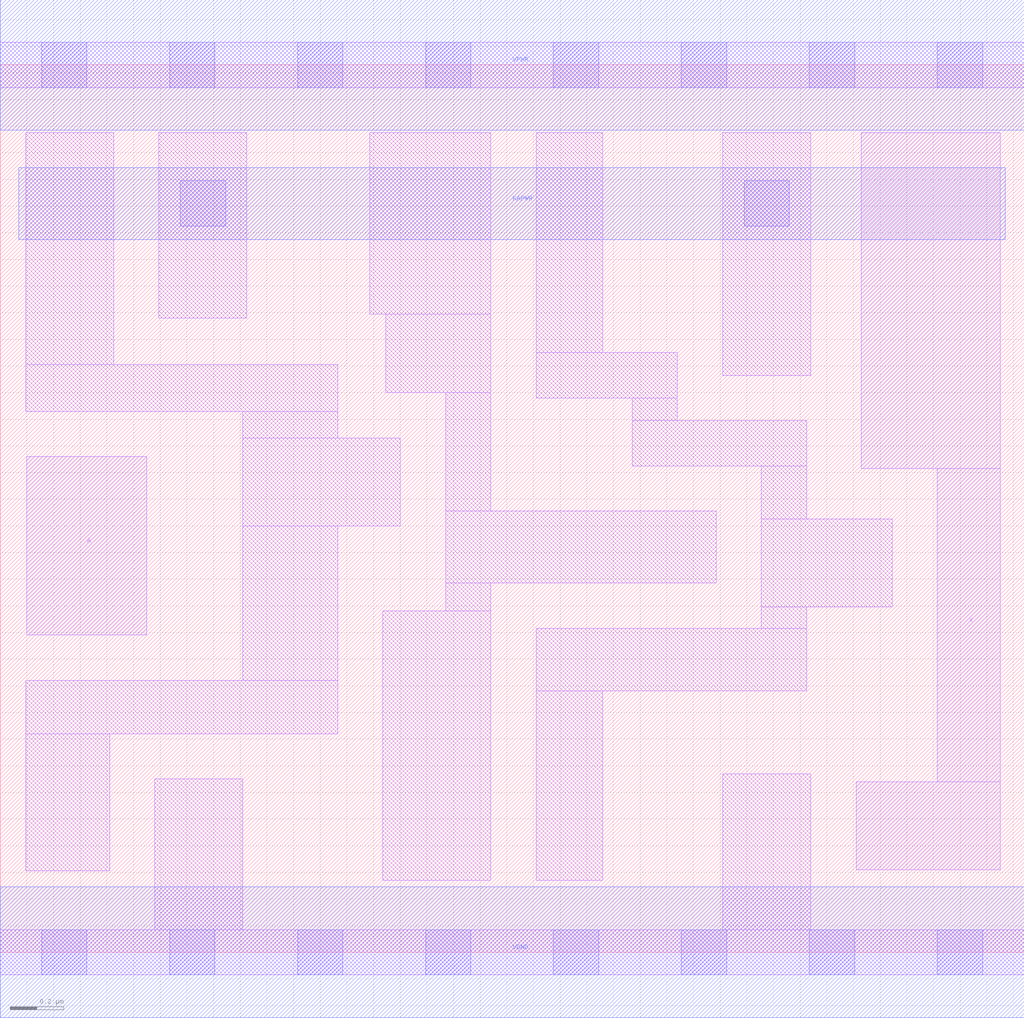
<source format=lef>
# Copyright 2020 The SkyWater PDK Authors
#
# Licensed under the Apache License, Version 2.0 (the "License");
# you may not use this file except in compliance with the License.
# You may obtain a copy of the License at
#
#     https://www.apache.org/licenses/LICENSE-2.0
#
# Unless required by applicable law or agreed to in writing, software
# distributed under the License is distributed on an "AS IS" BASIS,
# WITHOUT WARRANTIES OR CONDITIONS OF ANY KIND, either express or implied.
# See the License for the specific language governing permissions and
# limitations under the License.
#
# SPDX-License-Identifier: Apache-2.0

VERSION 5.7 ;
  NOWIREEXTENSIONATPIN ON ;
  DIVIDERCHAR "/" ;
  BUSBITCHARS "[]" ;
UNITS
  DATABASE MICRONS 200 ;
END UNITS
MACRO sky130_fd_sc_lp__dlybuf4s25kapwr_1
  CLASS CORE ;
  FOREIGN sky130_fd_sc_lp__dlybuf4s25kapwr_1 ;
  ORIGIN  0.000000  0.000000 ;
  SIZE  3.840000 BY  3.330000 ;
  SYMMETRY X Y ;
  SITE unit ;
  PIN A
    ANTENNAGATEAREA  0.252000 ;
    DIRECTION INPUT ;
    USE SIGNAL ;
    PORT
      LAYER li1 ;
        RECT 0.100000 1.190000 0.550000 1.860000 ;
    END
  END A
  PIN X
    ANTENNADIFFAREA  0.445200 ;
    DIRECTION OUTPUT ;
    USE SIGNAL ;
    PORT
      LAYER li1 ;
        RECT 3.210000 0.310000 3.750000 0.640000 ;
        RECT 3.230000 1.815000 3.750000 3.075000 ;
        RECT 3.515000 0.640000 3.750000 1.815000 ;
    END
  END X
  PIN KAPWR
    DIRECTION INOUT ;
    USE POWER ;
    PORT
      LAYER met1 ;
        RECT 0.070000 2.675000 3.770000 2.945000 ;
    END
  END KAPWR
  PIN VGND
    DIRECTION INOUT ;
    USE GROUND ;
    PORT
      LAYER met1 ;
        RECT 0.000000 -0.245000 3.840000 0.245000 ;
    END
  END VGND
  PIN VPWR
    DIRECTION INOUT ;
    USE POWER ;
    PORT
      LAYER met1 ;
        RECT 0.000000 3.085000 3.840000 3.575000 ;
    END
  END VPWR
  OBS
    LAYER li1 ;
      RECT 0.000000 -0.085000 3.840000 0.085000 ;
      RECT 0.000000  3.245000 3.840000 3.415000 ;
      RECT 0.095000  0.305000 0.410000 0.820000 ;
      RECT 0.095000  0.820000 1.265000 1.020000 ;
      RECT 0.095000  2.030000 1.265000 2.205000 ;
      RECT 0.095000  2.205000 0.425000 3.075000 ;
      RECT 0.580000  0.085000 0.910000 0.650000 ;
      RECT 0.595000  2.380000 0.925000 3.075000 ;
      RECT 0.910000  1.020000 1.265000 1.600000 ;
      RECT 0.910000  1.600000 1.500000 1.930000 ;
      RECT 0.910000  1.930000 1.265000 2.030000 ;
      RECT 1.385000  2.395000 1.840000 3.075000 ;
      RECT 1.435000  0.270000 1.840000 1.280000 ;
      RECT 1.445000  2.100000 1.840000 2.395000 ;
      RECT 1.670000  1.280000 1.840000 1.385000 ;
      RECT 1.670000  1.385000 2.685000 1.655000 ;
      RECT 1.670000  1.655000 1.840000 2.100000 ;
      RECT 2.010000  0.270000 2.260000 0.980000 ;
      RECT 2.010000  0.980000 3.025000 1.215000 ;
      RECT 2.010000  2.080000 2.540000 2.250000 ;
      RECT 2.010000  2.250000 2.260000 3.075000 ;
      RECT 2.370000  1.825000 3.025000 1.995000 ;
      RECT 2.370000  1.995000 2.540000 2.080000 ;
      RECT 2.710000  0.085000 3.040000 0.670000 ;
      RECT 2.710000  2.165000 3.040000 3.075000 ;
      RECT 2.855000  1.215000 3.025000 1.295000 ;
      RECT 2.855000  1.295000 3.345000 1.625000 ;
      RECT 2.855000  1.625000 3.025000 1.825000 ;
    LAYER mcon ;
      RECT 0.155000 -0.085000 0.325000 0.085000 ;
      RECT 0.155000  3.245000 0.325000 3.415000 ;
      RECT 0.635000 -0.085000 0.805000 0.085000 ;
      RECT 0.635000  3.245000 0.805000 3.415000 ;
      RECT 0.675000  2.725000 0.845000 2.895000 ;
      RECT 1.115000 -0.085000 1.285000 0.085000 ;
      RECT 1.115000  3.245000 1.285000 3.415000 ;
      RECT 1.595000 -0.085000 1.765000 0.085000 ;
      RECT 1.595000  3.245000 1.765000 3.415000 ;
      RECT 2.075000 -0.085000 2.245000 0.085000 ;
      RECT 2.075000  3.245000 2.245000 3.415000 ;
      RECT 2.555000 -0.085000 2.725000 0.085000 ;
      RECT 2.555000  3.245000 2.725000 3.415000 ;
      RECT 2.790000  2.725000 2.960000 2.895000 ;
      RECT 3.035000 -0.085000 3.205000 0.085000 ;
      RECT 3.035000  3.245000 3.205000 3.415000 ;
      RECT 3.515000 -0.085000 3.685000 0.085000 ;
      RECT 3.515000  3.245000 3.685000 3.415000 ;
  END
END sky130_fd_sc_lp__dlybuf4s25kapwr_1
END LIBRARY

</source>
